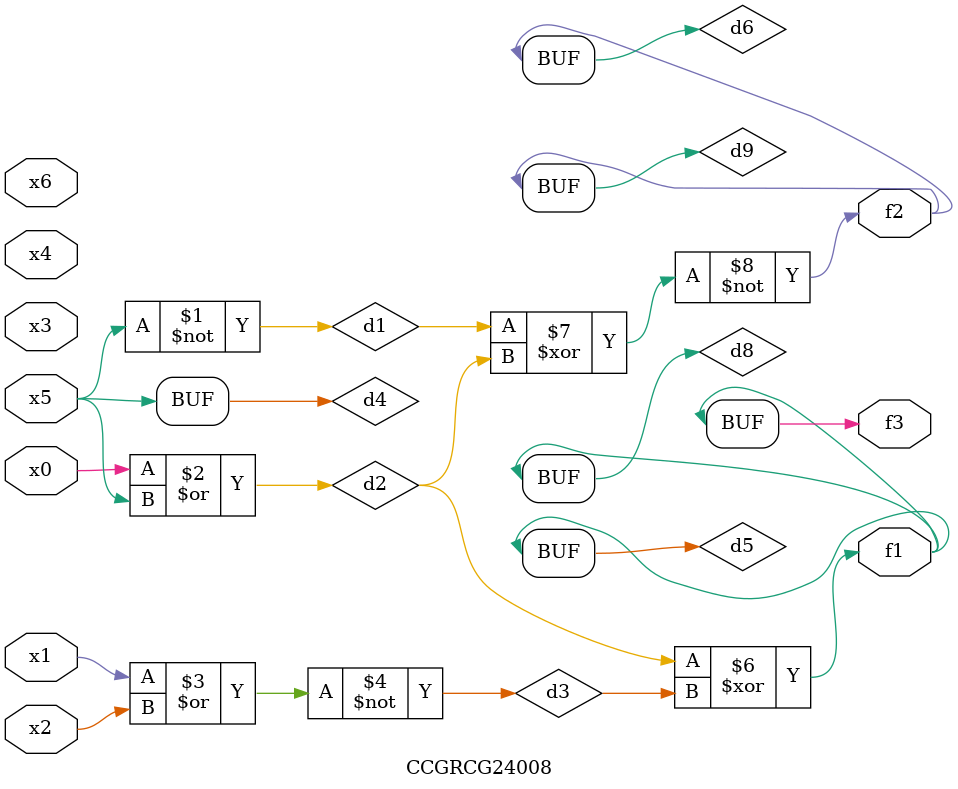
<source format=v>
module CCGRCG24008(
	input x0, x1, x2, x3, x4, x5, x6,
	output f1, f2, f3
);

	wire d1, d2, d3, d4, d5, d6, d7, d8, d9;

	nand (d1, x5);
	or (d2, x0, x5);
	nor (d3, x1, x2);
	xnor (d4, d1);
	xor (d5, d2, d3);
	xnor (d6, d1, d2);
	not (d7, x4);
	buf (d8, d5);
	xor (d9, d6);
	assign f1 = d8;
	assign f2 = d9;
	assign f3 = d8;
endmodule

</source>
